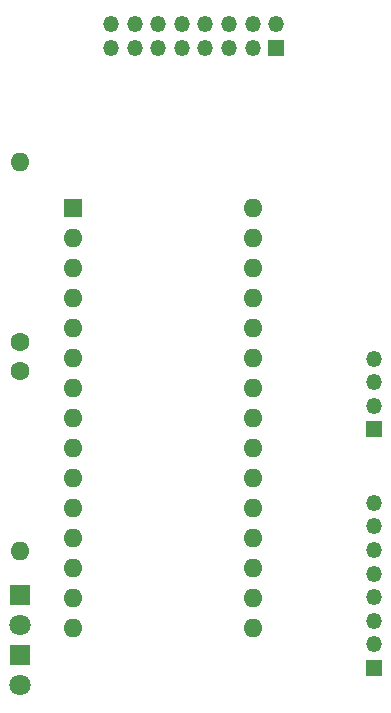
<source format=gbr>
%TF.GenerationSoftware,KiCad,Pcbnew,8.0.8*%
%TF.CreationDate,2025-01-20T01:16:46+01:00*%
%TF.ProjectId,NANO_MPU_SD_2Layers,4e414e4f-5f4d-4505-955f-53445f324c61,rev?*%
%TF.SameCoordinates,Original*%
%TF.FileFunction,Soldermask,Bot*%
%TF.FilePolarity,Negative*%
%FSLAX46Y46*%
G04 Gerber Fmt 4.6, Leading zero omitted, Abs format (unit mm)*
G04 Created by KiCad (PCBNEW 8.0.8) date 2025-01-20 01:16:46*
%MOMM*%
%LPD*%
G01*
G04 APERTURE LIST*
%ADD10R,1.800000X1.800000*%
%ADD11C,1.800000*%
%ADD12C,1.600000*%
%ADD13O,1.600000X1.600000*%
%ADD14R,1.350000X1.350000*%
%ADD15O,1.350000X1.350000*%
%ADD16R,1.600000X1.600000*%
G04 APERTURE END LIST*
D10*
%TO.C,D2*%
X53100000Y-105530000D03*
D11*
X53100000Y-108070000D03*
%TD*%
%TO.C,D1*%
X53100000Y-103000000D03*
D10*
X53100000Y-100460000D03*
%TD*%
D12*
%TO.C,R2*%
X53100000Y-81460000D03*
D13*
X53100000Y-96700000D03*
%TD*%
D14*
%TO.C,J2*%
X74800000Y-54100000D03*
D15*
X74800000Y-52100000D03*
X72800000Y-54100000D03*
X72800000Y-52100000D03*
X70800000Y-54100000D03*
X70800000Y-52100000D03*
X68800000Y-54100000D03*
X68800000Y-52100000D03*
X66800000Y-54100000D03*
X66800000Y-52100000D03*
X64800000Y-54100000D03*
X64800000Y-52100000D03*
X62800000Y-54100000D03*
X62800000Y-52100000D03*
X60800000Y-54100000D03*
X60800000Y-52100000D03*
%TD*%
D16*
%TO.C,A1*%
X57560000Y-67660000D03*
D13*
X57560000Y-70200000D03*
X57560000Y-72740000D03*
X57560000Y-75280000D03*
X57560000Y-77820000D03*
X57560000Y-80360000D03*
X57560000Y-82900000D03*
X57560000Y-85440000D03*
X57560000Y-87980000D03*
X57560000Y-90520000D03*
X57560000Y-93060000D03*
X57560000Y-95600000D03*
X57560000Y-98140000D03*
X57560000Y-100680000D03*
X57560000Y-103220000D03*
X72800000Y-103220000D03*
X72800000Y-100680000D03*
X72800000Y-98140000D03*
X72800000Y-95600000D03*
X72800000Y-93060000D03*
X72800000Y-90520000D03*
X72800000Y-87980000D03*
X72800000Y-85440000D03*
X72800000Y-82900000D03*
X72800000Y-80360000D03*
X72800000Y-77820000D03*
X72800000Y-75280000D03*
X72800000Y-72740000D03*
X72800000Y-70200000D03*
X72800000Y-67660000D03*
%TD*%
D14*
%TO.C,J3*%
X83100000Y-86400000D03*
D15*
X83100000Y-84400000D03*
X83100000Y-82400000D03*
X83100000Y-80400000D03*
%TD*%
D14*
%TO.C,J1*%
X83100000Y-106600000D03*
D15*
X83100000Y-104600000D03*
X83100000Y-102600000D03*
X83100000Y-100600000D03*
X83100000Y-98600000D03*
X83100000Y-96600000D03*
X83100000Y-94600000D03*
X83100000Y-92600000D03*
%TD*%
D12*
%TO.C,R1*%
X53100000Y-79000000D03*
D13*
X53100000Y-63760000D03*
%TD*%
M02*

</source>
